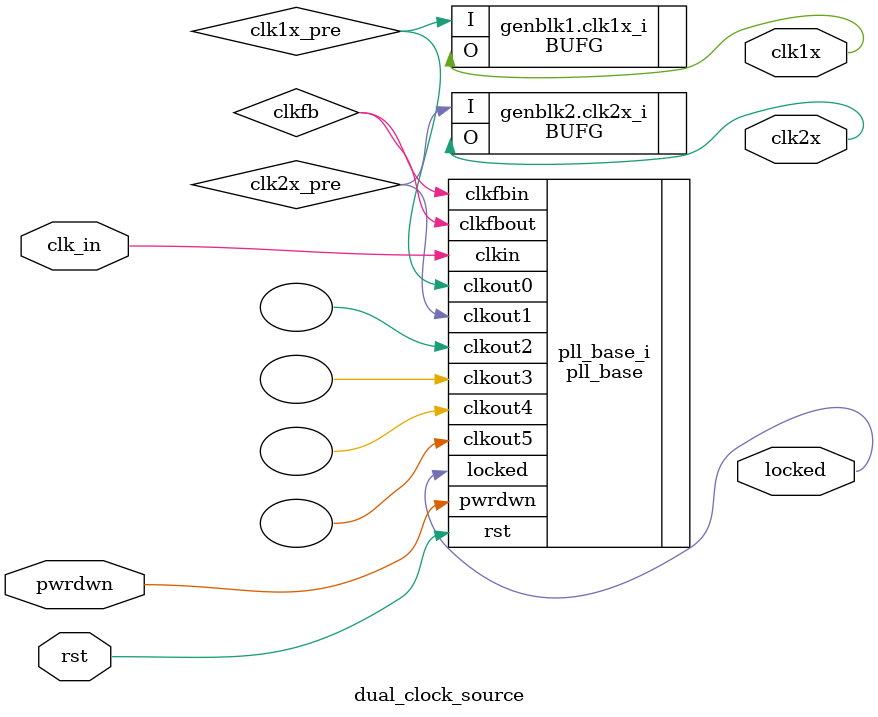
<source format=v>
/*******************************************************************************
 * Module: dual_clock_source
 * Date:2015-07-17  
 * Author: Andrey  Filippov   
 * Description: generate clk and clk2x with configurable output buffers
 *
 * Copyright (c) 2015 Elphel, Inc .
 * dual_clock_source.v is free software; you can redistribute it and/or modify
 * it under the terms of the GNU General Public License as published by
 * the Free Software Foundation, either version 3 of the License, or
 * (at your option) any later version.
 *
 *  dual_clock_source.v is distributed in the hope that it will be useful,
 * but WITHOUT ANY WARRANTY; without even the implied warranty of
 * MERCHANTABILITY or FITNESS FOR A PARTICULAR PURPOSE.  See the
 * GNU General Public License for more details.
 *
 * You should have received a copy of the GNU General Public License
 * along with this program.  If not, see <http://www.gnu.org/licenses/> .
 *
 * Additional permission under GNU GPL version 3 section 7:
 * If you modify this Program, or any covered work, by linking or combining it
 * with independent modules provided by the FPGA vendor only (this permission
 * does not extend to any 3-rd party modules, "soft cores" or macros) under
 * different license terms solely for the purpose of generating binary "bitstream"
 * files and/or simulating the code, the copyright holders of this Program give
 * you the right to distribute the covered work without those independent modules
 * as long as the source code for them is available from the FPGA vendor free of
 * charge, and there is no dependence on any encrypted modules for simulating of
 * the combined code. This permission applies to you if the distributed code
 * contains all the components and scripts required to completely simulate it
 * with at least one of the Free Software programs.
 *******************************************************************************/
`timescale 1ns/1ps

module  dual_clock_source #(
    parameter CLKIN_PERIOD =        20, //ns >1.25, 600<Fvco<1200
    // Fvco=Fclkin*CLKFBOUT_MULT_F/DIVCLK_DIVIDE, Fout=Fvco/CLKOUT#_DIVIDE

    parameter DIVCLK_DIVIDE =        1,   // Integer 1..106. Divides all outputs with respect to CLKIN
    parameter CLKFBOUT_MULT =       20,   // integer 2 to 64 . Together with CLKOUT#_DIVIDE and DIVCLK_DIVIDE
    parameter CLKOUT_DIV_CLK1X =    10,   //
    parameter CLKOUT_DIV_CLK2X =    5,   // 
    parameter PHASE_CLK2X =         0.000,  // degrees, relative to clk1x (3 significant digits, -360.000...+360.000)
    parameter BUF_CLK1X          =  "BUFG", // "BUFG", "BUFH", "BUFR", "NONE"
    parameter BUF_CLK2X          =  "BUFG" // "BUFG", "BUFH", "BUFR", "NONE"
)(
    input   rst,
    input   clk_in,
    input   pwrdwn,
    output  clk1x,
    output  clk2x,
    output  locked
);
    wire  clkfb, clk1x_pre, clk2x_pre;
    generate
        if      (BUF_CLK1X == "BUFG")  BUFG  clk1x_i (.O(clk1x), .I(clk1x_pre));
        else if (BUF_CLK1X == "BUFH")  BUFH  clk1x_i (.O(clk1x), .I(clk1x_pre));
        else if (BUF_CLK1X == "BUFR")  BUFR  clk1x_i (.O(clk1x), .I(clk1x_pre), .CE(1'b1), .CLR(rst));
        else if (BUF_CLK1X == "BUFMR") BUFMR clk1x_i (.O(clk1x), .I(clk1x_pre));
        else if (BUF_CLK1X == "BUFIO") BUFIO clk1x_i (.O(clk1x), .I(clk1x_pre));
        else assign clk1x = clk1x_pre;
    endgenerate

    generate
        if      (BUF_CLK2X == "BUFG")  BUFG  clk2x_i (.O(clk2x), .I(clk2x_pre));
        else if (BUF_CLK2X == "BUFH")  BUFH  clk2x_i (.O(clk2x), .I(clk2x_pre));
        else if (BUF_CLK2X == "BUFR")  BUFR  clk2x_i (.O(clk2x), .I(clk2x_pre), .CE(1'b1), .CLR(rst));
        else if (BUF_CLK2X == "BUFMR") BUFMR clk2x_i (.O(clk2x), .I(clk2x_pre));
        else if (BUF_CLK2X == "BUFIO") BUFIO clk2x_i (.O(clk2x), .I(clk2x_pre));
        else assign clk2x = clk2x_pre;
    endgenerate
    
    pll_base #(
        .CLKIN_PERIOD   (CLKIN_PERIOD), // 20
        .BANDWIDTH      ("OPTIMIZED"),
        .DIVCLK_DIVIDE  (DIVCLK_DIVIDE),
        .CLKFBOUT_MULT  (CLKFBOUT_MULT), // 2..64, // Fvco=Fclkin*CLKFBOUT_MULT_F/DIVCLK_DIVIDE, Fout=Fvco/CLKOUT#_DIVIDE
        .CLKOUT1_PHASE  (PHASE_CLK2X),
        .CLKOUT0_DIVIDE (CLKOUT_DIV_CLK1X),
        .CLKOUT1_DIVIDE (CLKOUT_DIV_CLK2X),
        .REF_JITTER1    (0.010),
        .STARTUP_WAIT("FALSE")
    ) pll_base_i (
        .clkin(clk_in), // input
        .clkfbin(clkfb), // input
//        .rst(rst), // input
        .rst(rst), // input
        .pwrdwn(pwrdwn), // input
        .clkout0(clk1x_pre), // output
        .clkout1(clk2x_pre), // output
        .clkout2(), // output
        .clkout3(), // output
        .clkout4(), // output
        .clkout5(), // output
        .clkfbout(clkfb), // output
        .locked(locked) // output
    );



endmodule


</source>
